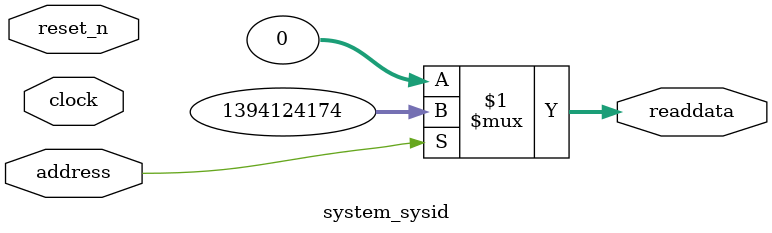
<source format=v>

`timescale 1ns / 1ps
// synthesis translate_on

// turn off superfluous verilog processor warnings 
// altera message_level Level1 
// altera message_off 10034 10035 10036 10037 10230 10240 10030 

module system_sysid (
               // inputs:
                address,
                clock,
                reset_n,

               // outputs:
                readdata
             )
;

  output  [ 31: 0] readdata;
  input            address;
  input            clock;
  input            reset_n;

  wire    [ 31: 0] readdata;
  //control_slave, which is an e_avalon_slave
  assign readdata = address ? 1394124174 : 0;

endmodule




</source>
